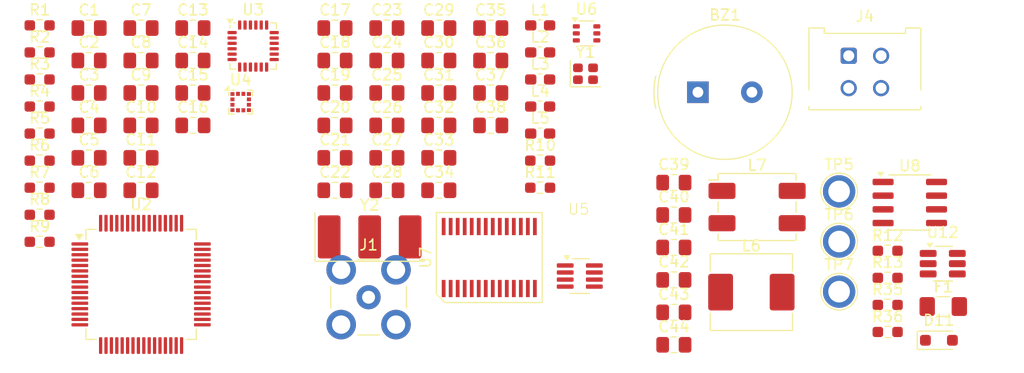
<source format=kicad_pcb>
(kicad_pcb (version 20241229) (generator "pcbnew") (generator_version "9.0")
  (layers (0 "F.Cu" signal) (2 "B.Cu" signal) (13 "F.Paste" user) (15 "B.Paste" user) (5 "F.SilkS" user "F.Silkscreen") (7 "B.SilkS" user "B.Silkscreen") (1 "F.Mask" user) (3 "B.Mask" user) (25 "Edge.Cuts" user))
  (net 0 "")
  (net 1 "/NRESET")
  (net 2 "GND")
  (net 3 "+3V3")
  (net 4 "Net-(U3-CPOUT)")
  (net 5 "Net-(U3-REGOUT)")
  (net 6 "Net-(U4-C1)")
  (net 7 "Net-(C19-Pad1)")
  (net 8 "Net-(U5-PAOUT)")
  (net 9 "Net-(C23-Pad1)")
  (net 10 "Net-(U7-DSN)")
  (net 11 "Net-(C25-Pad1)")
  (net 12 "Net-(U6-RF1)")
  (net 13 "Net-(U6-RF2)")
  (net 14 "Net-(U7-IFIN1)")
  (net 15 "Net-(C29-Pad1)")
  (net 16 "/RF/LNAOUT")
  (net 17 "Net-(U7-DFFB)")
  (net 18 "Net-(U7-DFO)")
  (net 19 "Net-(U7-MIXIN1)")
  (net 20 "Net-(U7-MIXIN2)")
  (net 21 "Net-(U7-OPP)")
  (net 22 "Net-(J1-In)")
  (net 23 "Net-(U7-LNAIN)")
  (net 24 "Net-(U7-LNASRC)")
  (net 25 "Net-(R2-Pad2)")
  (net 26 "Net-(U2-PA9)")
  (net 27 "Net-(U2-PA10)")
  (net 28 "Net-(U3-AUX_CL)")
  (net 29 "Net-(U2-PB10)")
  (net 30 "Net-(U2-PB11)")
  (net 31 "Net-(U3-AUX_DA)")
  (net 32 "Net-(U7-PWRDN)")
  (net 41 "/IMU_INT")
  (net 43 "Net-(U2-PA11)")
  (net 47 "Net-(U2-VSS-Pad18)")
  (net 51 "/MAG_CS")
  (net 54 "Net-(U2-PA15)")
  (net 56 "/MAG_INT")
  (net 64 "Net-(U2-PA14)")
  (net 98 "Net-(U5-XTAL2)")
  (net 101 "Net-(U5-XTAL1)")
  (net 105 "/RF/DATAOUT")
  (net 108 "Net-(U7-IFIN2)")
  (net 110 "/RF/AGCDIS")
  (net 111 "Net-(U7-MIXOUT)")
  (net 112 "Net-(U12-VIN)")
  (net 113 "Net-(U12-BOOT)")
  (net 114 "Net-(U12-SW)")
  (net 115 "GNDPWR")
  (net 116 "+VDC")
  (net 117 "Net-(J4-Pin_1)")
  (net 118 "/CAN_L")
  (net 119 "/CAN_H")
  (net 120 "Net-(U2-PB9)")
  (net 121 "Net-(U8-D)")
  (net 122 "Net-(U8-R)")
  (net 123 "Net-(U2-PB8)")
  (net 124 "Net-(U12-FB)")
  (net 126 "Net-(U12-EN)")
  (footprint "Package_SO:SOIC-8_3.9x4.9mm_P1.27mm" (layer "F.Cu") (at 146.1182 47.2656)
    (property "Reference" "U8" (at 0 -3.4 0) (layer "F.SilkS"))
    (property "Value" "SN65HVD230")
    (pad "1" smd roundrect (at -2.475 -1.905) (size 1.95 0.6) (layers "F.Cu" "F.Mask" "F.Paste") (net 121 "Net-(U8-D)"))
    (pad "2" smd roundrect (at -2.475 -0.635) (size 1.95 0.6) (layers "F.Cu" "F.Mask" "F.Paste") (net 2 "GND"))
    (pad "3" smd roundrect (at -2.475 0.635) (size 1.95 0.6) (layers "F.Cu" "F.Mask" "F.Paste") (net 3 "+3V3"))
    (pad "4" smd roundrect (at -2.475 1.905) (size 1.95 0.6) (layers "F.Cu" "F.Mask" "F.Paste") (net 122 "Net-(U8-R)"))
    (pad "5" smd roundrect (at 2.475 1.905) (size 1.95 0.6) (layers "F.Cu" "F.Mask" "F.Paste"))
    (pad "6" smd roundrect (at 2.475 0.635) (size 1.95 0.6) (layers "F.Cu" "F.Mask" "F.Paste") (net 118 "/CAN_L"))
    (pad "7" smd roundrect (at 2.475 -0.635) (size 1.95 0.6) (layers "F.Cu" "F.Mask" "F.Paste") (net 119 "/CAN_H"))
    (pad "8" smd roundrect (at 2.475 -1.905) (size 1.95 0.6) (layers "F.Cu" "F.Mask" "F.Paste") (net 2 "GND"))
  )
  (footprint "Capacitor_SMD:C_0805_2012Metric_Pad1.18x1.45mm_HandSolder" (layer "F.Cu") (at 92.8608 34.0922)
    (property "Reference" "C18" (at 0 -1.68 0) (layer "F.SilkS"))
    (property "Value" "100 nF")
    (pad "1" smd roundrect (at -1.0375 0) (size 1.175 1.45) (layers "F.Cu" "F.Mask" "F.Paste") (roundrect_rratio 0.212766) (net 2 "GND"))
    (pad "2" smd roundrect (at 1.0375 0) (size 1.175 1.45) (layers "F.Cu" "F.Mask" "F.Paste") (roundrect_rratio 0.212766) (net 3 "+3V3"))
  )
  (footprint "Inductor_SMD:L_0603_1608Metric_Pad1.05x0.95mm_HandSolder" (layer "F.Cu") (at 111.8708 30.8322)
    (property "Reference" "L1" (at 0 -1.43 0) (layer "F.SilkS"))
    (property "Value" "VHF160808H27NJT")
    (pad "1" smd roundrect (at -0.875 0) (size 1.05 0.95) (layers "F.Cu" "F.Mask" "F.Paste") (net 3 "+3V3"))
    (pad "2" smd roundrect (at 0.875 0) (size 1.05 0.95) (layers "F.Cu" "F.Mask" "F.Paste") (net 8 "Net-(U5-PAOUT)"))
  )
  (footprint "Capacitor_SMD:C_0805_2012Metric_Pad1.18x1.45mm_HandSolder" (layer "F.Cu") (at 102.4808 37.1022)
    (property "Reference" "C31" (at 0 -1.68 0) (layer "F.SilkS"))
    (property "Value" "470 pF")
    (pad "1" smd roundrect (at -1.0375 0) (size 1.175 1.45) (layers "F.Cu" "F.Mask" "F.Paste") (roundrect_rratio 0.212766) (net 17 "Net-(U7-DFFB)"))
    (pad "2" smd roundrect (at 1.0375 0) (size 1.175 1.45) (layers "F.Cu" "F.Mask" "F.Paste") (roundrect_rratio 0.212766) (net 18 "Net-(U7-DFO)"))
  )
  (footprint "Capacitor_SMD:C_0805_2012Metric_Pad1.18x1.45mm_HandSolder" (layer "F.Cu") (at 70.0808 37.1022)
    (property "Reference" "C3" (at 0 -1.68 0) (layer "F.SilkS"))
    (property "Value" "10 µF")
    (pad "1" smd roundrect (at -1.0375 0) (size 1.175 1.45) (layers "F.Cu" "F.Mask" "F.Paste") (roundrect_rratio 0.212766) (net 3 "+3V3"))
    (pad "2" smd roundrect (at 1.0375 0) (size 1.175 1.45) (layers "F.Cu" "F.Mask" "F.Paste") (roundrect_rratio 0.212766) (net 2 "GND"))
  )
  (footprint "Capacitor_SMD:C_0805_2012Metric_Pad1.18x1.45mm_HandSolder" (layer "F.Cu") (at 107.2908 37.1022)
    (property "Reference" "C37" (at 0 -1.68 0) (layer "F.SilkS"))
    (property "Value" "10 nF")
    (pad "1" smd roundrect (at -1.0375 0) (size 1.175 1.45) (layers "F.Cu" "F.Mask" "F.Paste") (roundrect_rratio 0.212766) (net 2 "GND"))
    (pad "2" smd roundrect (at 1.0375 0) (size 1.175 1.45) (layers "F.Cu" "F.Mask" "F.Paste") (roundrect_rratio 0.212766) (net 3 "+3V3"))
  )
  (footprint "Capacitor_SMD:C_0805_2012Metric_Pad1.18x1.45mm_HandSolder" (layer "F.Cu") (at 124.2582 54.4456)
    (property "Reference" "C42" (at 0 -1.68 0) (layer "F.SilkS"))
    (property "Value" "22 µF")
    (pad "1" smd roundrect (at -1.0375 0) (size 1.175 1.45) (layers "F.Cu" "F.Mask" "F.Paste") (roundrect_rratio 0.212766) (net 3 "+3V3"))
    (pad "2" smd roundrect (at 1.0375 0) (size 1.175 1.45) (layers "F.Cu" "F.Mask" "F.Paste") (roundrect_rratio 0.212766) (net 2 "GND"))
  )
  (footprint "Resistor_SMD:R_0603_1608Metric_Pad0.98x0.95mm_HandSolder" (layer "F.Cu") (at 65.5008 43.3822)
    (property "Reference" "R6" (at 0 -1.43 0) (layer "F.SilkS"))
    (property "Value" "0R")
    (pad "1" smd roundrect (at -0.9125 0) (size 0.975 0.95) (layers "F.Cu" "F.Mask" "F.Paste") (net 29 "Net-(U2-PB10)"))
    (pad "2" smd roundrect (at 0.9125 0) (size 0.975 0.95) (layers "F.Cu" "F.Mask" "F.Paste") (net 28 "Net-(U3-AUX_CL)"))
  )
  (footprint "Capacitor_SMD:C_0805_2012Metric_Pad1.18x1.45mm_HandSolder" (layer "F.Cu") (at 79.7008 37.1022)
    (property "Reference" "C15" (at 0 -1.68 0) (layer "F.SilkS"))
    (property "Value" "0.1 µF")
    (pad "1" smd roundrect (at -1.0375 0) (size 1.175 1.45) (layers "F.Cu" "F.Mask" "F.Paste") (roundrect_rratio 0.212766) (net 2 "GND"))
    (pad "2" smd roundrect (at 1.0375 0) (size 1.175 1.45) (layers "F.Cu" "F.Mask" "F.Paste") (roundrect_rratio 0.212766) (net 3 "+3V3"))
  )
  (footprint "Resistor_SMD:R_0603_1608Metric_Pad0.98x0.95mm_HandSolder" (layer "F.Cu") (at 65.5008 45.8922)
    (property "Reference" "R7" (at 0 -1.43 0) (layer "F.SilkS"))
    (property "Value" "0R")
    (pad "1" smd roundrect (at -0.9125 0) (size 0.975 0.95) (layers "F.Cu" "F.Mask" "F.Paste") (net 30 "Net-(U2-PB11)"))
    (pad "2" smd roundrect (at 0.9125 0) (size 0.975 0.95) (layers "F.Cu" "F.Mask" "F.Paste") (net 31 "Net-(U3-AUX_DA)"))
  )
  (footprint "Capacitor_SMD:C_0805_2012Metric_Pad1.18x1.45mm_HandSolder" (layer "F.Cu") (at 74.8908 46.1322)
    (property "Reference" "C12" (at 0 -1.68 0) (layer "F.SilkS"))
    (property "Value" "0.1 µF")
    (pad "1" smd roundrect (at -1.0375 0) (size 1.175 1.45) (layers "F.Cu" "F.Mask" "F.Paste") (roundrect_rratio 0.212766) (net 2 "GND"))
    (pad "2" smd roundrect (at 1.0375 0) (size 1.175 1.45) (layers "F.Cu" "F.Mask" "F.Paste") (roundrect_rratio 0.212766) (net 5 "Net-(U3-REGOUT)"))
  )
  (footprint "Capacitor_SMD:C_0805_2012Metric_Pad1.18x1.45mm_HandSolder" (layer "F.Cu") (at 92.8608 37.1022)
    (property "Reference" "C19" (at 0 -1.68 0) (layer "F.SilkS"))
    (property "Value" "12 pF")
    (pad "1" smd roundrect (at -1.0375 0) (size 1.175 1.45) (layers "F.Cu" "F.Mask" "F.Paste") (roundrect_rratio 0.212766) (net 7 "Net-(C19-Pad1)"))
    (pad "2" smd roundrect (at 1.0375 0) (size 1.175 1.45) (layers "F.Cu" "F.Mask" "F.Paste") (roundrect_rratio 0.212766) (net 8 "Net-(U5-PAOUT)"))
  )
  (footprint "Capacitor_SMD:C_0805_2012Metric_Pad1.18x1.45mm_HandSolder" (layer "F.Cu") (at 97.6708 46.1322)
    (property "Reference" "C28" (at 0 -1.68 0) (layer "F.SilkS"))
    (property "Value" "220 pF")
    (pad "1" smd roundrect (at -1.0375 0) (size 1.175 1.45) (layers "F.Cu" "F.Mask" "F.Paste") (roundrect_rratio 0.212766) (net 2 "GND"))
    (pad "2" smd roundrect (at 1.0375 0) (size 1.175 1.45) (layers "F.Cu" "F.Mask" "F.Paste") (roundrect_rratio 0.212766) (net 3 "+3V3"))
  )
  (footprint "Resistor_SMD:R_0603_1608Metric_Pad0.98x0.95mm_HandSolder" (layer "F.Cu") (at 111.8708 43.3822)
    (property "Reference" "R10" (at 0 -1.43 0) (layer "F.SilkS"))
    (property "Value" "5k1")
    (pad "1" smd roundrect (at -0.9125 0) (size 0.975 0.95) (layers "F.Cu" "F.Mask" "F.Paste") (net 10 "Net-(U7-DSN)"))
    (pad "2" smd roundrect (at 0.9125 0) (size 0.975 0.95) (layers "F.Cu" "F.Mask" "F.Paste") (net 18 "Net-(U7-DFO)"))
  )
  (footprint "Connector_Coaxial:SMB_Jack_Vertical" (layer "F.Cu") (at 95.9758 56.0522)
    (property "Reference" "J1" (at 0 -4.85 0) (layer "F.SilkS"))
    (property "Value" "BWSMA-KE-Z001")
    (pad "1" thru_hole circle (at 0 0) (size 2.24 2.24) (drill 1.2) (layers "*.Cu" "*.Mask") (net 22 "Net-(J1-In)"))
    (pad "2" thru_hole circle (at -2.54 -2.54) (size 2.74 2.74) (drill 1.7) (layers "*.Cu" "*.Mask") (net 2 "GND"))
    (pad "2" thru_hole circle (at -2.54 2.54) (size 2.74 2.74) (drill 1.7) (layers "*.Cu" "*.Mask") (net 2 "GND"))
    (pad "2" thru_hole circle (at 2.54 -2.54) (size 2.74 2.74) (drill 1.7) (layers "*.Cu" "*.Mask") (net 2 "GND"))
    (pad "2" thru_hole circle (at 2.54 2.54) (size 2.74 2.74) (drill 1.7) (layers "*.Cu" "*.Mask") (net 2 "GND"))
  )
  (footprint "Sensor_Motion:InvenSense_QFN-24_4x4mm_P0.5mm" (layer "F.Cu") (at 85.2808 32.7522)
    (property "Reference" "U3" (at 0 -3.375 0) (layer "F.SilkS"))
    (property "Value" "MPU-6050")
    (pad "1" smd roundrect (at -1.95 -1.25) (size 0.85 0.3) (layers "F.Cu" "F.Mask" "F.Paste") (net 54 "Net-(U2-PA15)"))
    (pad "2" smd roundrect (at -1.95 -0.75) (size 0.85 0.3) (layers "F.Cu" "F.Mask" "F.Paste"))
    (pad "3" smd roundrect (at -1.95 -0.25) (size 0.85 0.3) (layers "F.Cu" "F.Mask" "F.Paste"))
    (pad "4" smd roundrect (at -1.95 0.25) (size 0.85 0.3) (layers "F.Cu" "F.Mask" "F.Paste"))
    (pad "5" smd roundrect (at -1.95 0.75) (size 0.85 0.3) (layers "F.Cu" "F.Mask" "F.Paste"))
    (pad "6" smd roundrect (at -1.95 1.25) (size 0.85 0.3) (layers "F.Cu" "F.Mask" "F.Paste") (net 31 "Net-(U3-AUX_DA)"))
    (pad "7" smd roundrect (at -1.25 1.95 90) (size 0.85 0.3) (layers "F.Cu" "F.Mask" "F.Paste") (net 28 "Net-(U3-AUX_CL)"))
    (pad "8" smd roundrect (at -0.75 1.95 90) (size 0.85 0.3) (layers "F.Cu" "F.Mask" "F.Paste") (net 3 "+3V3"))
    (pad "9" smd roundrect (at -0.25 1.95 90) (size 0.85 0.3) (layers "F.Cu" "F.Mask" "F.Paste") (net 43 "Net-(U2-PA11)"))
    (pad "10" smd roundrect (at 0.25 1.95 90) (size 0.85 0.3) (layers "F.Cu" "F.Mask" "F.Paste") (net 5 "Net-(U3-REGOUT)"))
    (pad "11" smd roundrect (at 0.75 1.95 90) (size 0.85 0.3) (layers "F.Cu" "F.Mask" "F.Paste") (net 64 "Net-(U2-PA14)"))
    (pad "12" smd roundrect (at 1.25 1.95 90) (size 0.85 0.3) (layers "F.Cu" "F.Mask" "F.Paste") (net 41 "/IMU_INT"))
    (pad "13" smd roundrect (at 1.95 1.25) (size 0.85 0.3) (layers "F.Cu" "F.Mask" "F.Paste") (net 3 "+3V3"))
    (pad "14" smd roundrect (at 1.95 0.75) (size 0.85 0.3) (layers "F.Cu" "F.Mask" "F.Paste"))
    (pad "15" smd roundrect (at 1.95 0.25) (size 0.85 0.3) (layers "F.Cu" "F.Mask" "F.Paste"))
    (pad "16" smd roundrect (at 1.95 -0.25) (size 0.85 0.3) (layers "F.Cu" "F.Mask" "F.Paste"))
    (pad "17" smd roundrect (at 1.95 -0.75) (size 0.85 0.3) (layers "F.Cu" "F.Mask" "F.Paste"))
    (pad "18" smd roundrect (at 1.95 -1.25) (size 0.85 0.3) (layers "F.Cu" "F.Mask" "F.Paste") (net 2 "GND"))
    (pad "19" smd roundrect (at 1.25 -1.95 90) (size 0.85 0.3) (layers "F.Cu" "F.Mask" "F.Paste"))
    (pad "20" smd roundrect (at 0.75 -1.95 90) (size 0.85 0.3) (layers "F.Cu" "F.Mask" "F.Paste") (net 4 "Net-(U3-CPOUT)"))
    (pad "21" smd roundrect (at 0.25 -1.95 90) (size 0.85 0.3) (layers "F.Cu" "F.Mask" "F.Paste"))
    (pad "22" smd roundrect (at -0.25 -1.95 90) (size 0.85 0.3) (layers "F.Cu" "F.Mask" "F.Paste"))
    (pad "23" smd roundrect (at -0.75 -1.95 90) (size 0.85 0.3) (layers "F.Cu" "F.Mask" "F.Paste") (net 26 "Net-(U2-PA9)"))
    (pad "24" smd roundrect (at -1.25 -1.95 90) (size 0.85 0.3) (layers "F.Cu" "F.Mask" "F.Paste") (net 27 "Net-(U2-PA10)"))
  )
  (footprint "Package_TO_SOT_SMD:SOT-23-6_Handsoldering" (layer "F.Cu") (at 149.1682 52.9406)
    (property "Reference" "U12" (at 0 -2.9 0) (layer "F.SilkS"))
    (property "Value" "TPS54202DDC")
    (pad "1" smd roundrect (at -1.35 -0.95) (size 1.56 0.65) (layers "F.Cu" "F.Mask" "F.Paste") (net 2 "GND"))
    (pad "2" smd roundrect (at -1.35 0) (size 1.56 0.65) (layers "F.Cu" "F.Mask" "F.Paste") (net 114 "Net-(U12-SW)"))
    (pad "3" smd roundrect (at -1.35 0.95) (size 1.56 0.65) (layers "F.Cu" "F.Mask" "F.Paste") (net 112 "Net-(U12-VIN)"))
    (pad "4" smd roundrect (at 1.35 0.95) (size 1.56 0.65) (layers "F.Cu" "F.Mask" "F.Paste") (net 124 "Net-(U12-FB)"))
    (pad "5" smd roundrect (at 1.35 0) (size 1.56 0.65) (layers "F.Cu" "F.Mask" "F.Paste") (net 126 "Net-(U12-EN)"))
    (pad "6" smd roundrect (at 1.35 -0.95) (size 1.56 0.65) (layers "F.Cu" "F.Mask" "F.Paste") (net 113 "Net-(U12-BOOT)"))
  )
  (footprint "Inductor_SMD:L_0603_1608Metric_Pad1.05x0.95mm_HandSolder" (layer "F.Cu") (at 111.8708 35.8522)
    (property "Reference" "L3" (at 0 -1.43 0) (layer "F.SilkS"))
    (property "Value" "15 nH")
    (pad "1" smd roundrect (at -0.875 0) (size 1.05 0.95) (layers "F.Cu" "F.Mask" "F.Paste") (net 3 "+3V3"))
    (pad "2" smd roundrect (at 0.875 0) (size 1.05 0.95) (layers "F.Cu" "F.Mask" "F.Paste") (net 16 "/RF/LNAOUT"))
  )
  (footprint "Capacitor_SMD:C_0805_2012Metric_Pad1.18x1.45mm_HandSolder" (layer "F.Cu") (at 102.4808 43.1222)
    (property "Reference" "C33" (at 0 -1.68 0) (layer "F.SilkS"))
    (property "Value" "100 pF")
    (pad "1" smd roundrect (at -1.0375 0) (size 1.175 1.45) (layers "F.Cu" "F.Mask" "F.Paste") (roundrect_rratio 0.212766) (net 20 "Net-(U7-MIXIN2)"))
    (pad "2" smd roundrect (at 1.0375 0) (size 1.175 1.45) (layers "F.Cu" "F.Mask" "F.Paste") (roundrect_rratio 0.212766) (net 3 "+3V3"))
  )
  (footprint "Capacitor_SMD:C_0805_2012Metric_Pad1.18x1.45mm_HandSolder" (layer "F.Cu") (at 74.8908 37.1022)
    (property "Reference" "C9" (at 0 -1.68 0) (layer "F.SilkS"))
    (property "Value" "10 nF")
    (pad "1" smd roundrect (at -1.0375 0) (size 1.175 1.45) (layers "F.Cu" "F.Mask" "F.Paste") (roundrect_rratio 0.212766) (net 2 "GND"))
    (pad "2" smd roundrect (at 1.0375 0) (size 1.175 1.45) (layers "F.Cu" "F.Mask" "F.Paste") (roundrect_rratio 0.212766) (net 3 "+3V3"))
  )
  (footprint "Capacitor_SMD:C_0805_2012Metric_Pad1.18x1.45mm_HandSolder" (layer "F.Cu") (at 79.7008 31.0822)
    (property "Reference" "C13" (at 0 -1.68 0) (layer "F.SilkS"))
    (property "Value" "10 µF")
    (pad "1" smd roundrect (at -1.0375 0) (size 1.175 1.45) (layers "F.Cu" "F.Mask" "F.Paste") (roundrect_rratio 0.212766) (net 3 "+3V3"))
    (pad "2" smd roundrect (at 1.0375 0) (size 1.175 1.45) (layers "F.Cu" "F.Mask" "F.Paste") (roundrect_rratio 0.212766) (net 2 "GND"))
  )
  (footprint "Capacitor_SMD:C_0805_2012Metric_Pad1.18x1.45mm_HandSolder" (layer "F.Cu") (at 102.4808 40.1122)
    (property "Reference" "C32" (at 0 -1.68 0) (layer "F.SilkS"))
    (property "Value" "100 pF")
    (pad "1" smd roundrect (at -1.0375 0) (size 1.175 1.45) (layers "F.Cu" "F.Mask" "F.Paste") (roundrect_rratio 0.212766) (net 19 "Net-(U7-MIXIN1)"))
    (pad "2" smd roundrect (at 1.0375 0) (size 1.175 1.45) (layers "F.Cu" "F.Mask" "F.Paste") (roundrect_rratio 0.212766) (net 16 "/RF/LNAOUT"))
  )
  (footprint "Buzzer_Beeper:Buzzer_TDK_PS1240P02BT_D12.2mm_H6.5mm" (layer "F.Cu") (at 126.486631 37.0356)
    (property "Reference" "BZ1" (at 2.5 -7.17 0) (layer "F.SilkS"))
    (property "Value" "Buzzer")
    (pad "1" thru_hole rect (at 0 0) (size 2 2) (drill 1) (layers "*.Cu" "*.Mask"))
    (pad "2" thru_hole circle (at 5 0) (size 2 2) (drill 1) (layers "*.Cu" "*.Mask"))
  )
  (footprint "Capacitor_SMD:C_0805_2012Metric_Pad1.18x1.45mm_HandSolder" (layer "F.Cu") (at 92.8608 46.1322)
    (property "Reference" "C22" (at 0 -1.68 0) (layer "F.SilkS"))
    (property "Value" "680 pF")
    (pad "1" smd roundrect (at -1.0375 0) (size 1.175 1.45) (layers "F.Cu" "F.Mask" "F.Paste") (roundrect_rratio 0.212766) (net 2 "GND"))
    (pad "2" smd roundrect (at 1.0375 0) (size 1.175 1.45) (layers "F.Cu" "F.Mask" "F.Paste") (roundrect_rratio 0.212766) (net 3 "+3V3"))
  )
  (footprint "Capacitor_SMD:C_0805_2012Metric_Pad1.18x1.45mm_HandSolder" (layer "F.Cu") (at 97.6708 37.1022)
    (property "Reference" "C25" (at 0 -1.68 0) (layer "F.SilkS"))
    (property "Value" "1000 pF")
    (pad "1" smd roundrect (at -1.0375 0) (size 1.175 1.45) (layers "F.Cu" "F.Mask" "F.Paste") (roundrect_rratio 0.212766) (net 11 "Net-(C25-Pad1)"))
    (pad "2" smd roundrect (at 1.0375 0) (size 1.175 1.45) (layers "F.Cu" "F.Mask" "F.Paste") (roundrect_rratio 0.212766) (net 12 "Net-(U6-RF1)"))
  )
  (footprint "Package_QFP:LQFP-64_10x10mm_P0.5mm" (layer "F.Cu") (at 74.9008 54.8622)
    (property "Reference" "U2" (at 0 -7.4 0) (layer "F.SilkS"))
    (property "Value" "STM32L431RCTx")
    (pad "1" smd roundrect (at -5.675 -3.75) (size 1.55 0.3) (layers "F.Cu" "F.Mask" "F.Paste") (net 3 "+3V3"))
    (pad "2" smd roundrect (at -5.675 -3.25) (size 1.55 0.3) (layers "F.Cu" "F.Mask" "F.Paste"))
    (pad "3" smd roundrect (at -5.675 -2.75) (size 1.55 0.3) (layers "F.Cu" "F.Mask" "F.Paste"))
    (pad "4" smd roundrect (at -5.675 -2.25) (size 1.55 0.3) (layers "F.Cu" "F.Mask" "F.Paste"))
    (pad "5" smd roundrect (at -5.675 -1.75) (size 1.55 0.3) (layers "F.Cu" "F.Mask" "F.Paste"))
    (pad "6" smd roundrect (at -5.675 -1.25) (size 1.55 0.3) (layers "F.Cu" "F.Mask" "F.Paste"))
    (pad "7" smd roundrect (at -5.675 -0.75) (size 1.55 0.3) (layers "F.Cu" "F.Mask" "F.Paste") (net 1 "/NRESET"))
    (pad "8" smd roundrect (at -5.675 -0.25) (size 1.55 0.3) (layers "F.Cu" "F.Mask" "F.Paste"))
    (pad "9" smd roundrect (at -5.675 0.25) (size 1.55 0.3) (layers "F.Cu" "F.Mask" "F.Paste"))
    (pad "10" smd roundrect (at -5.675 0.75) (size 1.55 0.3) (layers "F.Cu" "F.Mask" "F.Paste"))
    (pad "11" smd roundrect (at -5.675 1.25) (size 1.55 0.3) (layers "F.Cu" "F.Mask" "F.Paste"))
    (pad "12" smd roundrect (at -5.675 1.75) (size 1.55 0.3) (layers "F.Cu" "F.Mask" "F.Paste"))
    (pad "13" smd roundrect (at -5.675 2.25) (size 1.55 0.3) (layers "F.Cu" "F.Mask" "F.Paste"))
    (pad "14" smd roundrect (at -5.675 2.75) (size 1.55 0.3) (layers "F.Cu" "F.Mask" "F.Paste"))
    (pad "15" smd roundrect (at -5.675 3.25) (size 1.55 0.3) (layers "F.Cu" "F.Mask" "F.Paste"))
    (pad "16" smd roundrect (at -5.675 3.75) (size 1.55 0.3) (layers "F.Cu" "F.Mask" "F.Paste"))
    (pad "17" smd roundrect (at -3.75 5.675) (size 0.3 1.55) (layers "F.Cu" "F.Mask" "F.Paste"))
    (pad "18" smd roundrect (at -3.25 5.675) (size 0.3 1.55) (layers "F.Cu" "F.Mask" "F.Paste") (net 47 "Net-(U2-VSS-Pad18)"))
    (pad "19" smd roundrect (at -2.75 5.675) (size 0.3 1.55) (layers "F.Cu" "F.Mask" "F.Paste") (net 3 "+3V3"))
    (pad "20" smd roundrect (at -2.25 5.675) (size 0.3 1.55) (layers "F.Cu" "F.Mask" "F.Paste"))
    (pad "21" smd roundrect (at -1.75 5.675) (size 0.3 1.55) (layers "F.Cu" "F.Mask" "F.Paste"))
    (pad "22" smd roundrect (at -1.25 5.675) (size 0.3 1.55) (layers "F.Cu" "F.Mask" "F.Paste"))
    (pad "23" smd roundrect (at -0.75 5.675) (size 0.3 1.55) (layers "F.Cu" "F.Mask" "F.Paste"))
    (pad "24" smd roundrect (at -0.25 5.675) (size 0.3 1.55) (layers "F.Cu" "F.Mask" "F.Paste"))
    (pad "25" smd roundrect (at 0.25 5.675) (size 0.3 1.55) (layers "F.Cu" "F.Mask" "F.Paste"))
    (pad "26" smd roundrect (at 0.75 5.675) (size 0.3 1.55) (layers "F.Cu" "F.Mask" "F.Paste"))
    (pad "27" smd roundrect (at 1.25 5.675) (size 0.3 1.55) (layers "F.Cu" "F.Mask" "F.Paste"))
    (pad "28" smd roundrect (at 1.75 5.675) (size 0.3 1.55) (layers "F.Cu" "F.Mask" "F.Paste"))
    (pad "29" smd roundrect (at 2.25 5.675) (size 0.3 1.55) (layers "F.Cu" "F.Mask" "F.Paste") (net 29 "Net-(U2-PB10)"))
    (pad "30" smd roundrect (at 2.75 5.675) (size 0.3 1.55) (layers "F.Cu" "F.Mask" "F.Paste") (net 30 "Net-(U2-PB11)"))
    (pad "31" smd roundrect (at 3.25 5.675) (size 0.3 1.55) (layers "F.Cu" "F.Mask" "F.Paste") (net 47 "Net-(U2-VSS-Pad18)"))
    (pad "32" smd roundrect (at 3.75 5.675) (size 0.3 1.55) (layers "F.Cu" "F.Mask" "F.Paste") (net 3 "+3V3"))
    (pad "33" smd roundrect (at 5.675 3.75) (size 1.55 0.3) (layers "F.Cu" "F.Mask" "F.Paste"))
    (pad "34" smd roundrect (at 5.675 3.25) (size 1.55 0.3) (layers "F.Cu" "F.Mask" "F.Paste"))
    (pad "35" smd roundrect (at 5.675 2.75) (size 1.55 0.3) (layers "F.Cu" "F.Mask" "F.Paste"))
    (pad "36" smd roundrect (at 5.675 2.25) (size 1.55 0.3) (layers "F.Cu" "F.Mask" "F.Paste"))
    (pad "37" smd roundrect (at 5.675 1.75) (size 1.55 0.3) (layers "F.Cu" "F.Mask" "F.Paste"))
    (pad "38" smd roundrect (at 5.675 1.25) (size 1.55 0.3) (layers "F.Cu" "F.Mask" "F.Paste"))
    (pad "39" smd roundrect (at 5.675 0.75) (size 1.55 0.3) (layers "F.Cu" "F.Mask" "F.Paste"))
    (pad "40" smd roundrect (at 5.675 0.25) (size 1.55 0.3) (layers "F.Cu" "F.Mask" "F.Paste"))
    (pad "41" smd roundrect (at 5.675 -0.25) (size 1.55 0.3) (layers "F.Cu" "F.Mask" "F.Paste") (net 51 "/MAG_CS"))
    (pad "42" smd roundrect (at 5.675 -0.75) (size 1.55 0.3) (layers "F.Cu" "F.Mask" "F.Paste") (net 26 "Net-(U2-PA9)"))
    (pad "43" smd roundrect (at 5.675 -1.25) (size 1.55 0.3) (layers "F.Cu" "F.Mask" "F.Paste") (net 27 "Net-(U2-PA10)"))
    (pad "44" smd roundrect (at 5.675 -1.75) (size 1.55 0.3) (layers "F.Cu" "F.Mask" "F.Paste") (net 43 "Net-(U2-PA11)"))
    (pad "45" smd roundrect (at 5.675 -2.25) (size 1.55 0.3) (layers "F.Cu" "F.Mask" "F.Paste") (net 41 "/IMU_INT"))
    (pad "46" smd roundrect (at 5.675 -2.75) (size 1.55 0.3) (layers "F.Cu" "F.Mask" "F.Paste") (net 56 "/MAG_INT"))
    (pad "47" smd roundrect (at 5.675 -3.25) (size 1.55 0.3) (layers "F.Cu" "F.Mask" "F.Paste") (net 47 "Net-(U2-VSS-Pad18)"))
    (pad "48" smd roundrect (at 5.675 -3.75) (size 1.55 0.3) (layers "F.Cu" "F.Mask" "F.Paste") (net 3 "+3V3"))
    (pad "49" smd roundrect (at 3.75 -5.675) (size 0.3 1.55) (layers "F.Cu" "F.Mask" "F.Paste") (net 64 "Net-(U2-PA14)"))
    (pad "50" smd roundrect (at 3.25 -5.675) (size 0.3 1.55) (layers "F.Cu" "F.Mask" "F.Paste") (net 54 "Net-(U2-PA15)"))
    (pad "51" smd roundrect (at 2.75 -5.675) (size 0.3 1.55) (layers "F.Cu" "F.Mask" "F.Paste"))
    (pad "52" smd roundrect (at 2.25 -5.675) (size 0.3 1.55) (layers "F.Cu" "F.Mask" "F.Paste"))
    (pad "53" smd roundrect (at 1.75 -5.675) (size 0.3 1.55) (layers "F.Cu" "F.Mask" "F.Paste"))
    (pad "54" smd roundrect (at 1.25 -5.675) (size 0.3 1.55) (layers "F.Cu" "F.Mask" "F.Paste"))
    (pad "55" smd roundrect (at 0.75 -5.675) (size 0.3 1.55) (layers "F.Cu" "F.Mask" "F.Paste"))
    (pad "56" smd roundrect (at 0.25 -5.675) (size 0.3 1.55) (layers "F.Cu" "F.Mask" "F.Paste"))
    (pad "57" smd roundrect (at -0.25 -5.675) (size 0.3 1.55) (layers "F.Cu" "F.Mask" "F.Paste"))
    (pad "58" smd roundrect (at -0.75 -5.675) (size 0.3 1.55) (layers "F.Cu" "F.Mask" "F.Paste"))
    (pad "59" smd roundrect (at -1.25 -5.675) (size 0.3 1.55) (layers "F.Cu" "F.Mask" "F.Paste"))
    (pad "60" smd roundrect (at -1.75 -5.675) (size 0.3 1.55) (layers "F.Cu" "F.Mask" "F.Paste"))
    (pad "61" smd roundrect (at -2.25 -5.675) (size 0.3 1.55) (layers "F.Cu" "F.Mask" "F.Paste") (net 123 "Net-(U2-PB8)"))
    (pad "62" smd roundrect (at -2.75 -5.675) (size 0.3 1.55) (layers "F.Cu" "F.Mask" "F.Paste") (net 120 "Net-(U2-PB9)"))
    (pad "63" smd roundrect (at -3.25 -5.675) (size 0.3 1.55) (layers "F.Cu" "F.Mask" "F.Paste") (net 47 "Net-(U2-VSS-Pad18)"))
    (pad "64" smd roundrect (at -3.75 -5.675) (size 0.3 1.55) (layers "F.Cu" "F.Mask" "F.Paste") (net 3 "+3V3"))
  )
  (footprint "Resistor_SMD:R_0603_1608Metric_Pad0.98x0.95mm_HandSolder" (layer "F.Cu") (at 65.5008 48.4022)
    (property "Reference" "R8" (at 0 -1.43 0) (layer "F.SilkS"))
    (property "Value" "4.7 kohm")
    (pad "1" smd roundrect (at -0.9125 0) (size 0.975 0.95) (layers "F.Cu" "F.Mask" "F.Paste") (net 3 "+3V3"))
    (pad "2" smd roundrect (at 0.9125 0) (size 0.975 0.95) (layers "F.Cu" "F.Mask" "F.Paste") (net 28 "Net-(U3-AUX_CL)"))
  )
  (footprint "Capacitor_SMD:C_0805_2012Metric_Pad1.18x1.45mm_HandSolder" (layer "F.Cu") (at 124.2582 45.4156)
    (property "Reference" "C39" (at 0 -1.68 0) (layer "F.SilkS"))
    (property "Value" "0.1 µF")
    (pad "1" smd roundrect (at -1.0375 0) (size 1.175 1.45) (layers "F.Cu" "F.Mask" "F.Paste") (roundrect_rratio 0.212766) (net 3 "+3V3"))
    (pad "2" smd roundrect (at 1.0375 0) (size 1.175 1.45) (layers "F.Cu" "F.Mask" "F.Paste") (roundrect_rratio 0.212766) (net 2 "GND"))
  )
  (footprint "Inductor_SMD:L_0603_1608Metric_Pad1.05x0.95mm_HandSolder" (layer "F.Cu") (at 111.8708 33.3422)
    (property "Reference" "L2" (at 0 -1.43 0) (layer "F.SilkS"))
    (property "Value" "VHF160808H18NJT")
    (pad "1" smd roundrect (at -0.875 0) (size 1.05 0.95) (layers "F.Cu" "F.Mask" "F.Paste") (net 7 "Net-(C19-Pad1)"))
    (pad "2" smd roundrect (at 0.875 0) (size 1.05 0.95) (layers "F.Cu" "F.Mask" "F.Paste") (net 9 "Net-(C23-Pad1)"))
  )
  (footprint "Capacitor_SMD:C_0805_2012Metric_Pad1.18x1.45mm_HandSolder" (layer "F.Cu") (at 74.8908 43.1222)
    (property "Reference" "C11" (at 0 -1.68 0) (layer "F.SilkS"))
    (property "Value" "2200 pF")
    (pad "1" smd roundrect (at -1.0375 0) (size 1.175 1.45) (layers "F.Cu" "F.Mask" "F.Paste") (roundrect_rratio 0.212766) (net 4 "Net-(U3-CPOUT)"))
    (pad "2" smd roundrect (at 1.0375 0) (size 1.175 1.45) (layers "F.Cu" "F.Mask" "F.Paste") (roundrect_rratio 0.212766) (net 2 "GND"))
  )
  (footprint "Capacitor_SMD:C_0805_2012Metric_Pad1.18x1.45mm_HandSolder" (layer "F.Cu") (at 92.8608 43.1222)
    (property "Reference" "C21" (at 0 -1.68 0) (layer "F.SilkS"))
    (property "Value" "18 pF")
    (pad "1" smd roundrect (at -1.0375 0) (size 1.175 1.45) (layers "F.Cu" "F.Mask" "F.Paste") (roundrect_rratio 0.212766) (net 7 "Net-(C19-Pad1)"))
    (pad "2" smd roundrect (at 1.0375 0) (size 1.175 1.45) (layers "F.Cu" "F.Mask" "F.Paste") (roundrect_rratio 0.212766) (net 2 "GND"))
  )
  (footprint "Capacitor_SMD:C_0805_2012Metric_Pad1.18x1.45mm_HandSolder" (layer "F.Cu") (at 97.6708 31.0822)
    (property "Reference" "C23" (at 0 -1.68 0) (layer "F.SilkS"))
    (property "Value" "15 pF")
    (pad "1" smd roundrect (at -1.0375 0) (size 1.175 1.45) (layers "F.Cu" "F.Mask" "F.Paste") (roundrect_rratio 0.212766) (net 9 "Net-(C23-Pad1)"))
    (pad "2" smd roundrect (at 1.0375 0) (size 1.175 1.45) (layers "F.Cu" "F.Mask" "F.Paste") (roundrect_rratio 0.212766) (net 2 "GND"))
  )
  (footprint "Capacitor_SMD:C_0805_2012Metric_Pad1.18x1.45mm_HandSolder" (layer "F.Cu") (at 70.0808 46.1322)
    (property "Reference" "C6" (at 0 -1.68 0) (layer "F.SilkS"))
    (property "Value" "0.1 µF")
    (pad "1" smd roundrect (at -1.0375 0) (size 1.175 1.45) (layers "F.Cu" "F.Mask" "F.Paste") (roundrect_rratio 0.212766) (net 2 "GND"))
    (pad "2" smd roundrect (at 1.0375 0) (size 1.175 1.45) (layers "F.Cu" "F.Mask" "F.Paste") (roundrect_rratio 0.212766) (net 3 "+3V3"))
  )
  (footprint "Resistor_SMD:R_0603_1608Metric_Pad0.98x0.95mm_HandSolder" (layer "F.Cu") (at 65.5008 30.8322)
    (property "Reference" "R1" (at 0 -1.43 0) (layer "F.SilkS"))
    (property "Value" "4.7 kohm")
    (pad "1" smd roundrect (at -0.9125 0) (size 0.975 0.95) (layers "F.Cu" "F.Mask" "F.Paste") (net 3 "+3V3"))
    (pad "2" smd roundrect (at 0.9125 0) (size 0.975 0.95) (layers "F.Cu" "F.Mask" "F.Paste") (net 1 "/NRESET"))
  )
  (footprint "Capacitor_SMD:C_0805_2012Metric_Pad1.18x1.45mm_HandSolder" (layer "F.Cu") (at 124.2582 48.4256)
    (property "Reference" "C40" (at 0 -1.68 0) (layer "F.SilkS"))
    (property "Value" "10 µF")
    (pad "1" smd roundrect (at -1.0375 0) (size 1.175 1.45) (layers "F.Cu" "F.Mask" "F.Paste") (roundrect_rratio 0.212766) (net 112 "Net-(U12-VIN)"))
    (pad "2" smd roundrect (at 1.0375 0) (size 1.175 1.45) (layers "F.Cu" "F.Mask" "F.Paste") (roundrect_rratio 0.212766) (net 2 "GND"))
  )
  (footprint "Resistor_SMD:R_0603_1608Metric_Pad0.98x0.95mm_HandSolder" (layer "F.Cu") (at 65.5008 35.8522)
    (property "Reference" "R3" (at 0 -1.43 0) (layer "F.SilkS"))
    (property "Value" "4.7 kohm")
    (pad "1" smd roundrect (at -0.9125 0) (size 0.975 0.95) (layers "F.Cu" "F.Mask" "F.Paste") (net 25 "Net-(R2-Pad2)"))
    (pad "2" smd roundrect (at 0.9125 0) (size 0.975 0.95) (layers "F.Cu" "F.Mask" "F.Paste") (net 2 "GND"))
  )
  (footprint "Resistor_SMD:R_0603_1608Metric_Pad0.98x0.95mm_HandSolder" (layer "F.Cu") (at 144.0682 56.7656)
    (property "Reference" "R35" (at 0 -1.43 0) (layer "F.SilkS"))
    (property "Value" "22 kohm")
    (pad "1" smd roundrect (at -0.9125 0) (size 0.975 0.95) (layers "F.Cu" "F.Mask" "F.Paste") (net 124 "Net-(U12-FB)"))
    (pad "2" smd roundrect (at 0.9125 0) (size 0.975 0.95) (layers "F.Cu" "F.Mask" "F.Paste") (net 2 "GND"))
  )
  (footprint "Capacitor_SMD:C_0805_2012Metric_Pad1.18x1.45mm_HandSolder" (layer "F.Cu") (at 124.2582 51.4356)
    (property "Reference" "C41" (at 0 -1.68 0) (layer "F.SilkS"))
    (property "Value" "0.1 µF")
    (pad "1" smd roundrect (at -1.0375 0) (size 1.175 1.45) (layers "F.Cu" "F.Mask" "F.Paste") (roundrect_rratio 0.212766) (net 112 "Net-(U12-VIN)"))
    (pad "2" smd roundrect (at 1.0375 0) (size 1.175 1.45) (layers "F.Cu" "F.Mask" "F.Paste") (roundrect_rratio 0.212766) (net 2 "GND"))
  )
  (footprint "Capacitor_SMD:C_0805_2012Metric_Pad1.18x1.45mm_HandSolder" (layer "F.Cu") (at 102.4808 34.0922)
    (property "Reference" "C30" (at 0 -1.68 0) (layer "F.SilkS"))
    (property "Value" "2.7 pF")
    (pad "1" smd roundrect (at -1.0375 0) (size 1.175 1.45) (layers "F.Cu" "F.Mask" "F.Paste") (roundrect_rratio 0.212766) (net 16 "/RF/LNAOUT"))
    (pad "2" smd roundrect (at 1.0375 0) (size 1.175 1.45) (layers "F.Cu" "F.Mask" "F.Paste") (roundrect_rratio 0.212766) (net 3 "+3V3"))
  )
  (footprint "Resistor_SMD:R_0603_1608Metric_Pad0.98x0.95mm_HandSolder" (layer "F.Cu") (at 65.5008 40.8722)
    (property "Reference" "R5" (at 0 -1.43 0) (layer "F.SilkS"))
    (property "Value" "4.7 kohm")
    (pad "1" smd roundrect (at -0.9125 0) (size 0.975 0.95) (layers "F.Cu" "F.Mask" "F.Paste") (net 3 "+3V3"))
    (pad "2" smd roundrect (at 0.9125 0) (size 0.975 0.95) (layers "F.Cu" "F.Mask" "F.Paste") (net 27 "Net-(U2-PA10)"))
  )
  (footprint "Resistor_SMD:R_0603_1608Metric_Pad0.98x0.95mm_HandSolder" (layer "F.Cu") (at 144.0682 59.2756)
    (property "Reference" "R36" (at 0 -1.43 0) (layer "F.SilkS"))
    (property "Value" "100 kohm")
    (pad "1" smd roundrect (at -0.9125 0) (size 0.975 0.95) (layers "F.Cu" "F.Mask" "F.Paste") (net 124 "Net-(U12-FB)"))
    (pad "2" smd roundrect (at 0.9125 0) (size 0.975 0.95) (layers "F.Cu" "F.Mask" "F.Paste") (net 3 "+3V3"))
  )
  (footprint "Capacitor_SMD:C_0805_2012Metric_Pad1.18x1.45mm_HandSolder" (layer "F.Cu") (at 107.2908 40.1122)
    (property "Reference" "C38" (at 0 -1.68 0) (layer "F.SilkS"))
    (property "Value" "220 pF")
    (pad "1" smd roundrect (at -1.0375 0) (size 1.175 1.45) (layers "F.Cu" "F.Mask" "F.Paste") (roundrect_rratio 0.212766) (net 21 "Net-(U7-OPP)"))
    (pad "2" smd roundrect (at 1.0375 0) (size 1.175 1.45) (layers "F.Cu" "F.Mask" "F.Paste") (roundrect_rratio 0.212766) (net 2 "GND"))
  )
  (footprint "TestPoint:TestPoint_Plated_Hole_D2.0mm" (layer "F.Cu") (at 139.5682 50.8856)
    (property "Reference" "TP6" (at 0 -2.498 0) (layer "F.SilkS"))
    (property "Value" "TestPoint_Flag")
    (pad "1" thru_hole circle (at 0 0) (size 3 3) (drill 2) (layers "*.Cu" "*.Mask") (net 3 "+3V3"))
  )
  (footprint "Capacitor_SMD:C_0805_2012Metric_Pad1.18x1.45mm_HandSolder" (layer "F.Cu") (at 70.0808 40.1122)
    (property "Reference" "C4" (at 0 -1.68 0) (layer "F.SilkS"))
    (property "Value" "0.1 µF")
    (pad "1" smd roundrect (at -1.0375 0) (size 1.175 1.45) (layers "F.Cu" "F.Mask" "F.Paste") (roundrect_rratio 0.212766) (net 2 "GND"))
    (pad "2" smd roundrect (at 1.0375 0) (size 1.175 1.45) (layers "F.Cu" "F.Mask" "F.Paste") (roundrect_rratio 0.212766) (net 3 "+3V3"))
  )
  (footprint "Capacitor_SMD:C_0805_2012Metric_Pad1.18x1.45mm_HandSolder" (layer "F.Cu") (at 124.2582 57.4556)
    (property "Reference" "C43" (at 0 -1.68 0) (layer "F.SilkS"))
    (property "Value" "22 µF")
    (pad "1" smd roundrect (at -1.0375 0) (size 1.175 1.45) (layers "F.Cu" "F.Mask" "F.Paste") (roundrect_rratio 0.212766) (net 3 "+3V3"))
    (pad "2" smd roundrect (at 1.0375 0) (size 1.175 1.45) (layers "F.Cu" "F.Mask" "F.Paste") (roundrect_rratio 0.212766) (net 2 "GND"))
  )
  (footprint "Capacitor_SMD:C_0805_2012Metric_Pad1.18x1.45mm_HandSolder" (layer "F.Cu") (at 124.2582 60.4656)
    (property "Reference" "C44" (at 0 -1.68 0) (layer "F.SilkS"))
    (property "Value" "0.1 µF")
    (pad "1" smd roundrect (at -1.0375 0) (size 1.175 1.45) (layers "F.Cu" "F.Mask" "F.Paste") (roundrect_rratio 0.212766) (net 113 "Net-(U12-BOOT)"))
    (pad "2" smd roundrect (at 1.0375 0) (size 1.175 1.45) (layers "F.Cu" "F.Mask" "F.Paste") (roundrect_rratio 0.212766) (net 114 "Net-(U12-SW)"))
  )
  (footprint "Capacitor_SMD:C_0805_2012Metric_Pad1.18x1.45mm_HandSolder" (layer "F.Cu") (at 97.6708 43.1222)
    (property "Reference" "C27" (at 0 -1.68 0) (layer "F.SilkS"))
    (property "Value" "1500 pF")
    (pad "1" smd roundrect (at -1.0375 0) (size 1.175 1.45) (layers "F.Cu" "F.Mask" "F.Paste") (roundrect_rratio 0.212766) (net 14 "Net-(U7-IFIN1)"))
    (pad "2" smd roundrect (at 1.0375 0) (size 1.175 1.45) (layers "F.Cu" "F.Mask" "F.Paste") (roundrect_rratio 0.212766) (net 2 "GND"))
  )
  (footprint "Capacitor_SMD:C_0805_2012Metric_Pad1.18x1.45mm_HandSolder" (layer "F.Cu") (at 97.6708 34.0922)
    (property "Reference" "C24" (at 0 -1.68 0) (layer "F.SilkS"))
    (property "Value" "470 nF")
    (pad "1" smd roundrect (at -1.0375 0) (size 1.175 1.45) (layers "F.Cu" "F.Mask" "F.Paste") (roundrect_rratio 0.212766) (net 10 "Net-(U7-DSN)"))
    (pad "2" smd roundrect (at 1.0375 0) (size 1.175 1.45) (layers "F.Cu" "F.Mask" "F.Paste") (roundrect_rratio 0.212766) (net 2 "GND"))
  )
  (footprint "Capacitor_SMD:C_0805_2012Metric_Pad1.18x1.45mm_HandSolder" (layer "F.Cu") (at 97.6708 40.1122)
    (property "Reference" "C26" (at 0 -1.68 0) (layer "F.SilkS"))
    (property "Value" "1000 pF")
    (pad "1" smd roundrect (at -1.0375 0) (size 1.175 1.45) (layers "F.Cu" "F.Mask" "F.Paste") (roundrect_rratio 0.212766) (net 9 "Net-(C23-Pad1)"))
    (pad "2" smd roundrect (at 1.0375 0) (size 1.175 1.45) (layers "F.Cu" "F.Mask" "F.Paste") (roundrect_rratio 0.212766) (net 13 "Net-(U6-RF2)"))
  )
  (footprint "Resistor_SMD:R_0603_1608Metric_Pad0.98x0.95mm_HandSolder" (layer "F.Cu") (at 65.5008 50.9122)
    (property "Reference" "R9" (at 0 -1.43 0) (layer "F.SilkS"))
    (property "Value" "4.7 kohm")
    (pad "1" smd roundrect (at -0.9125 0) (size 0.975 0.95) (layers "F.Cu" "F.Mask" "F.Paste") (net 3 "+3V3"))
    (pad "2" smd roundrect (at 0.9125 0) (size 0.975 0.95) (layers "F.Cu" "F.Mask" "F.Paste") (net 31 "Net-(U3-AUX_DA)"))
  )
  (footprint "steew:MAX7044AKA" (layer "F.Cu") (at 115.4408 48.3872)
    (property "Reference" "U5" (at 0 -0.5 0) (layer "F.SilkS") (effects (font (thickness 0.1))))
    (property "Value" "~")
    (pad "1" smd roundrect (at -1.25 4.72) (size 1.56 0.4) (layers "F.Cu" "F.Mask" "F.Paste") (net 101 "Net-(U5-XTAL1)"))
    (pad "2" smd roundrect (at -1.25 5.37) (size 1.56 0.4) (layers "F.Cu" "F.Mask" "F.Paste") (net 2 "GND"))
    (pad "3" smd roundrect (at -1.25 6.03) (size 1.56 0.4) (layers "F.Cu" "F.Mask" "F.Paste") (net 2 "GND"))
    (pad "4" smd roundrect (at -1.25 6.68) (size 1.56 0.4) (layers "F.Cu" "F.Mask" "F.Paste") (net 8 "Net-(U5-PAOUT)"))
    (pad "5" smd roundrect (at 1.45 6.68) (size 1.56 0.4) (layers "F.Cu" "F.Mask" "F.Paste"))
    (pad "6" smd roundrect (at 1.45 6.03) (size 1.56 0.4) (layers "F.Cu" "F.Mask" "F.Paste"))
    (pad "7" smd roundrect (at 1.45 5.37) (size 1.56 0.4) (layers "F.Cu" "F.Mask" "F.Paste") (net 3 "+3V3"))
    (pad "8" smd roundrect (at 1.45 4.72) (size 1.56 0.4) (layers "F.Cu" "F.Mask" "F.Paste") (net 98 "Net-(U5-XTAL2)"))
  )
  (footprint "Inductor_SMD:L_KOHERelec_MDA7030" (layer "F.Cu") (at 131.4382 55.5806)
    (property "Reference" "L6" (at 0 -4.3 0) (layer "F.SilkS"))
    (property "Value" "KOHER_MDA7030 15uH")
    (pad "1" smd roundrect (at -2.85 0) (size 2.3 3.4) (layers "F.Cu" "F.Mask" "F.Paste") (roundrect_rratio 0.108696) (net 114 "Net-(U12-SW)"))
    (pad "2" smd roundrect (at 2.85 0) (size 2.3 3.4) (layers "F.Cu" "F.Mask" "F.Paste") (roundrect_rratio 0.108696) (net 3 "+3V3"))
  )
  (footprint "Package_LGA:LGA-12_2x2mm_P0.5mm" (layer "F.Cu") (at 84.1258 37.9472)
    (property "Reference" "U4" (at 0 -2.075 0) (layer "F.SilkS"))
    (property "Value" "LIS2MDL")
    (pad "1" smd rect (at -0.7625 -0.75) (size 0.375 0.35) (layers "F.Cu" "F.Mask" "F.Paste") (net 28 "Net-(U3-AUX_CL)"))
    (pad "2" smd rect (at -0.7625 -0.25) (size 0.375 0.35) (layers "F.Cu" "F.Mask" "F.Paste"))
    (pad "3" smd rect (at -0.7625 0.25) (size 0.375 0.35) (layers "F.Cu" "F.Mask" "F.Paste") (net 51 "/MAG_CS"))
    (pad "4" smd rect (at -0.7625 0.75) (size 0.375 0.35) (layers "F.Cu" "F.Mask" "F.Paste") (net 31 "Net-(U3-AUX_DA)"))
    (pad "5" smd rect (at -0.25 0.7625 90) (size 0.375 0.35) (layers "F.Cu" "F.Mask" "F.Paste") (net 6 "Net-(U4-C1)"))
    (pad "6" smd rect (at 0.25 0.7625 90) (size 0.375 0.35) (layers "F.Cu" "F.Mask" "F.Paste") (net 2 "GND"))
    (pad "7" smd rect (at 0.7625 0.75) (size 0.375 0.35) (layers "F.Cu" "F.Mask" "F.Paste") (net 56 "/MAG_INT"))
    (pad "8" smd rect (at 0.7625 0.25) (size 0.375 0.35) (layers "F.Cu" "F.Mask" "F.Paste") (net 2 "GND"))
    (pad "9" smd rect (at 0.7625 -0.25) (size 0.375 0.35) (layers "F.Cu" "F.Mask" "F.Paste") (net 3 "+3V3"))
    (pad "10" smd rect (at 0.7625 -0.75) (size 0.375 0.35) (layers "F.Cu" "F.Mask" "F.Paste") (net 3 "+3V3"))
    (pad "11" smd rect (at 0.25 -0.7625 90) (size 0.375 0.35) (layers "F.Cu" "F.Mask" "F.Paste"))
    (pad "12" smd rect (at -0.25 -0.7625 90) (size 0.375 0.35) (layers "F.Cu" "F.Mask" "F.Paste"))
  )
  (footprint "Resistor_SMD:R_0603_1608Metric_Pad0.98x0.95mm_HandSolder" (layer "F.Cu") (at 144.0682 51.7456)
    (property "Reference" "R12" (at 0 -1.43 0) (layer "F.SilkS"))
    (property "Value" "0R")
    (pad "1" smd roundrect (at -0.9125 0) (size 0.975 0.95) (layers "F.Cu" "F.Mask" "F.Paste") (net 120 "Net-(U2-PB9)"))
    (pad "2" smd roundrect (at 0.9125 0) (size 0.975 0.95) (layers "F.Cu" "F.Mask" "F.Paste") (net 121 "Net-(U8-D)"))
  )
  (footprint "Capacitor_SMD:C_0805_2012Metric_Pad1.18x1.45mm_HandSolder" (layer "F.Cu") (at 70.0808 34.0922)
    (property "Reference" "C2" (at 0 -1.68 0) (layer "F.SilkS"))
    (property "Value" "0.1 µF")
    (pad "1" smd roundrect (at -1.0375 0) (size 1.175 1.45) (layers "F.Cu" "F.Mask" "F.Paste") (roundrect_rratio 0.212766) (net 2 "GND"))
    (pad "2" smd roundrect (at 1.0375 0) (size 1.175 1.45) (layers "F.Cu" "F.Mask" "F.Paste") (roundrect_rratio 0.212766) (net 3 "+3V3"))
  )
  (footprint "Resistor_SMD:R_0603_1608Metric_Pad0.98x0.95mm_HandSolder" (layer "F.Cu") (at 65.5008 38.3622)
    (property "Reference" "R4" (at 0 -1.43 0) (layer "F.SilkS"))
    (property "Value" "4.7 kohm")
    (pad "1" smd roundrect (at -0.9125 0) (size 0.975 0.95) (layers "F.Cu" "F.Mask" "F.Paste") (net 3 "+3V3"))
    (pad "2" smd roundrect (at 0.9125 0) (size 0.975 0.95) (layers "F.Cu" "F.Mask" "F.Paste") (net 26 "Net-(U2-PA9)"))
  )
  (footprint "Diode_SMD:D_SOD-323_HandSoldering" (layer "F.Cu") (at 148.8132 60.0456)
    (property "Reference" "D11" (at 0 -1.85 0) (layer "F.SilkS"))
    (property "Value" "PESD15VL1BA")
    (pad "1" smd roundrect (at -1.25 0) (size 1 1) (layers "F.Cu" "F.Mask" "F.Paste") (net 115 "GNDPWR"))
    (pad "2" smd roundrect (at 1.25 0) (size 1 1) (layers "F.Cu" "F.Mask" "F.Paste") (net 116 "+VDC"))
  )
  (footprint "Resistor_SMD:R_0603_1608Metric_Pad0.98x0.95mm_HandSolder" (layer "F.Cu") (at 111.8708 45.8922)
    (property "Reference" "R11" (at 0 -1.43 0) (layer "F.SilkS"))
    (property "Value" "0R")
    (pad "1" smd roundrect (at -0.9125 0) (size 0.975 0.95) (layers "F.Cu" "F.Mask" "F.Paste") (net 32 "Net-(U7-PWRDN)"))
    (pad "2" smd roundrect (at 0.9125 0) (size 0.975 0.95) (layers "F.Cu" "F.Mask" "F.Paste") (net 3 "+3V3"))
  )
  (footprint "Resistor_SMD:R_0603_1608Metric_Pad0.98x0.95mm_HandSolder" (layer "F.Cu") (at 144.0682 54.2556)
    (property "Reference" "R13" (at 0 -1.43 0) (layer "F.SilkS"))
    (property "Value" "0R")
    (pad "1" smd roundrect (at -0.9125 0) (size 0.975 0.95) (layers "F.Cu" "F.Mask" "F.Paste") (net 123 "Net-(U2-PB8)"))
    (pad "2" smd roundrect (at 0.9125 0) (size 0.975 0.95) (layers "F.Cu" "F.Mask" "F.Paste") (net 122 "Net-(U8-R)"))
  )
  (footprint "Capacitor_SMD:C_0805_2012Metric_Pad1.18x1.45mm_HandSolder" (layer "F.Cu") (at 92.8608 31.0822)
    (property "Reference" "C17" (at 0 -1.68 0) (layer "F.SilkS"))
    (property "Value" "100 nF")
    (pad "1" smd roundrect (at -1.0375 0) (size 1.175 1.45) (layers "F.Cu" "F.Mask" "F.Paste") (roundrect_rratio 0.212766) (net 3 "+3V3"))
    (pad "2" smd roundrect (at 1.0375 0) (size 1.175 1.45) (layers "F.Cu" "F.Mask" "F.Paste") (roundrect_rratio 0.212766) (net 2 "GND"))
  )
  (footprint "Inductor_SMD:L_0603_1608Metric_Pad1.05x0.95mm_HandSolder" (layer "F.Cu") (at 111.8708 38.3622)
    (property "Reference" "L4" (at 0 -1.43 0) (layer "F.SilkS"))
    (property "Value" "56 nH")
    (pad "1" smd roundrect (at -0.875 0) (size 1.05 0.95) (layers "F.Cu" "F.Mask" "F.Paste") (net 15 "Net-(C29-Pad1)"))
    (pad "2" smd roundrect (at 0.875 0) (size 1.05 0.95) (layers "F.Cu" "F.Mask" "F.Paste") (net 23 "Net-(U7-LNAIN)"))
  )
  (footprint "Capacitor_SMD:C_0805_2012Metric_Pad1.18x1.45mm_HandSolder" (layer "F.Cu") (at 70.0808 31.0822)
    (property "Reference" "C1" (at 0 -1.68 0) (layer "F.SilkS"))
    (property "Value" "0.1 µF")
    (pad "1" smd roundrect (at -1.0375 0) (size 1.175 1.45) (layers "F.Cu" "F.Mask" "F.Paste") (roundrect_rratio 0.212766) (net 1 "/NRESET"))
    (pad "2" smd roundrect (at 1.0375 0) (size 1.175 1.45) (layers "F.Cu" "F.Mask" "F.Paste") (roundrect_rratio 0.212766) (net 2 "GND"))
  )
  (footprint "Capacitor_SMD:C_0805_2012Metric_Pad1.18x1.45mm_HandSolder" (layer "F.Cu") (at 107.2908 31.0822)
    (property "Reference" "C35" (at 0 -1.68 0) (layer "F.SilkS"))
    (property "Value" "100 nF")
    (pad "1" smd roundrect (at -1.0375 0) (size 1.175 1.45) (layers "F.Cu" "F.Mask" "F.Paste") (roundrect_rratio 0.212766) (net 2 "GND"))
    (pad "2" smd roundrect (at 1.0375 0) (size 1.175 1.45) (layers "F.Cu" "F.Mask" "F.Paste") (roundrect_rratio 0.212766) (net 3 "+3V3"))
  )
  (footprint "Capacitor_SMD:C_0805_2012Metric_Pad1.18x1.45mm_HandSolder" (layer "F.Cu") (at 102.4808 46.1322)
    (property "Reference" "C34" (at 0 -1.68 0) (layer "F.SilkS"))
    (property "Value" "10 nF")
    (pad "1" smd roundrect (at -1.0375 0) (size 1.175 1.45) (layers "F.Cu" "F.Mask" "F.Paste") (roundrect_rratio 0.212766) (net 2 "GND"))
    (pad "2" smd roundrect (at 1.0375 0) (size 1.175 1.45) (layers "F.Cu" "F.Mask" "F.Paste") (roundrect_rratio 0.212766) (net 3 "+3V3"))
  )
  (footprint "Fuse:Fuse_1206_3216Metric_Pad1.42x1.75mm_HandSolder" (layer "F.Cu") (at 149.2182 56.9156)
    (property "Reference" "F1" (at 0 -1.83 0) (layer "F.SilkS"))
    (property "Value" "BSMD1206C-2200T")
    (pad "1" smd roundrect (at -1.4875 0) (size 1.425 1.75) (layers "F.Cu" "F.Mask" "F.Paste") (roundrect_rratio 0.175439) (net 116 "+VDC"))
    (pad "2" smd roundrect (at 1.4875 0) (size 1.425 1.75) (layers "F.Cu" "F.Mask" "F.Paste") (roundrect_rratio 0.175439) (net 117 "Net-(J4-Pin_1)"))
  )
  (footprint "Inductor_SMD:L_0603_1608Metric_Pad1.05x0.95mm_HandSolder" (layer "F.Cu") (at 111.8708 40.8722)
    (property "Reference" "L5" (at 0 -1.43 0) (layer "F.SilkS"))
    (property "Value" "15 nH")
    (pad "1" smd roundrect (at -0.875 0) (size 1.05 0.95) (layers "F.Cu" "F.Mask" "F.Paste") (net 2 "GND"))
    (pad "2" smd roundrect (at 0.875 0) (size 1.05 0.95) (layers "F.Cu" "F.Mask" "F.Paste") (net 24 "Net-(U7-LNASRC)"))
  )
  (footprint "Capacitor_SMD:C_0805_2012Metric_Pad1.18x1.45mm_HandSolder" (layer "F.Cu") (at 79.7008 40.1122)
    (property "Reference" "C16" (at 0 -1.68 0) (layer "F.SilkS"))
    (property "Value" "220 pF")
    (pad "1" smd roundrect (at -1.0375 0) (size 1.175 1.45) (layers "F.Cu" "F.Mask" "F.Paste") (roundrect_rratio 0.212766) (net 6 "Net-(U4-C1)"))
    (pad "2" smd roundrect (at 1.0375 0) (size 1.175 1.45) (layers "F.Cu" "F.Mask" "F.Paste") (roundrect_rratio 0.212766) (net 2 "GND"))
  )
  (footprint "steew:MAX1473EUI+" (layer "F.Cu") (at 107.1558 52.3722)
    (property "Reference" "U7" (at -5.9 0 90) (layer "F.SilkS"))
    (property "Value" "~")
    (pad "1" smd rect (at -4.225 2.875) (size 0.35 1.6) (layers "F.Cu" "F.Mask" "F.Paste"))
    (pad "2" smd rect (at -3.575 2.875) (size 0.35 1.6) (layers "F.Cu" "F.Mask" "F.Paste") (net 3 "+3V3"))
    (pad "3" smd rect (at -2.925 2.875) (size 0.35 1.6) (layers "F.Cu" "F.Mask" "F.Paste") (net 23 "Net-(U7-LNAIN)"))
    (pad "4" smd rect (at -2.275 2.875) (size 0.35 1.6) (layers "F.Cu" "F.Mask" "F.Paste") (net 24 "Net-(U7-LNASRC)"))
    (pad "5" smd rect (at -1.625 2.875) (size 0.35 1.6) (layers "F.Cu" "F.Mask" "F.Paste") (net 2 "GND"))
    (pad "6" smd rect (at -0.975 2.875) (size 0.35 1.6) (layers "F.Cu" "F.Mask" "F.Paste") (net 16 "/RF/LNAOUT"))
    (pad "7" smd rect (at -0.325 2.875) (size 0.35 1.6) (layers "F.Cu" "F.Mask" "F.Paste") (net 3 "+3V3"))
    (pad "8" smd rect (at 0.325 2.875) (size 0.35 1.6) (layers "F.Cu" "F.Mask" "F.Paste") (net 19 "Net-(U7-MIXIN1)"))
    (pad "9" smd rect (at 0.975 2.875) (size 0.35 1.6) (layers "F.Cu" "F.Mask" "F.Paste") (net 20 "Net-(U7-MIXIN2)"))
    (pad "10" smd rect (at 1.625 2.875) (size 0.35 1.6) (layers "F.Cu" "F.Mask" "F.Paste") (net 2 "GND"))
    (pad "11" smd rect (at 2.275 2.875) (size 0.35 1.6) (layers "F.Cu" "F.Mask" "F.Paste") (net 3 "+3V3"))
    (pad "12" smd rect (at 2.925 2.875) (size 0.35 1.6) (layers "F.Cu" "F.Mask" "F.Paste") (net 111 "Net-(U7-MIXOUT)"))
    (pad "13" smd rect (at 3.575 2.875) (size 0.35 1.6) (layers "F.Cu" "F.Mask" "F.Paste") (net 2 "GND"))
    (pad "14" smd rect (at 4.225 2.875) (size 0.35 1.6) (layers "F.Cu" "F.Mask" "F.Paste") (net 3 "+3V3"))
    (pad "15" smd rect (at 4.225 -2.875) (size 0.35 1.6) (layers "F.Cu" "F.Mask" "F.Paste") (net 110 "/RF/AGCDIS"))
    (pad "16" smd rect (at 3.575 -2.875) (size 0.35 1.6) (layers "F.Cu" "F.Mask" "F.Paste"))
    (pad "17" smd rect (at 2.925 -2.875) (size 0.35 1.6) (layers "F.Cu" "F.Mask" "F.Paste") (net 14 "Net-(U7-IFIN1)"))
    (pad "18" smd rect (at 2.275 -2.875) (size 0.35 1.6) (layers "F.Cu" "F.Mask" "F.Paste") (net 108 "Net-(U7-IFIN2)"))
    (pad "19" smd rect (at 1.625 -2.875) (size 0.35 1.6) (layers "F.Cu" "F.Mask" "F.Paste") (net 18 "Net-(U7-DFO)"))
    (pad "20" smd rect (at 0.975 -2.875) (size 0.35 1.6) (layers "F.Cu" "F.Mask" "F.Paste") (net 10 "Net-(U7-DSN)"))
    (pad "21" smd rect (at 0.325 -2.875) (size 0.35 1.6) (layers "F.Cu" "F.Mask" "F.Paste") (net 21 "Net-(U7-OPP)"))
    (pad "22" smd rect (at -0.325 -2.875) (size 0.35 1.6) (layers "F.Cu" "F.Mask" "F.Paste") (net 17 "Net-(U7-DFFB)"))
    (pad "23" smd rect (at -0.975 -2.875) (size 0.35 1.6) (layers "F.Cu" "F.Mask" "F.Paste") (net 18 "Net-(U7-DFO)"))
    (pad "24" smd rect (at -1.625 -2.875) (size 0.35 1.6) (layers "F.Cu" "F.Mask" "F.Paste") (net 3 "+3V3"))
    (pad "25" smd rect (at -2.275 -2.875) (size 0.35 1.6) (layers "F.Cu" "F.Mask" "F.Paste") (net 105 "/RF/DATAOUT"))
    (pad "26" smd rect (at -2.925 -2.875) (size 0.35 1.6) (layers "F.Cu" "F.Mask" "F.Paste"))
    (pad "27" smd rect (at -3.575 -2.875) (size 0.35 1.6) (layers "F.Cu" "F.Mask" "F.Paste") (net 32 "Net-(U7-PWRDN)"))
    (pad "28" smd rect (at -4.225 -2.875) (size 0.35 1.6) (layers "F.Cu" "F.Mask" "F.Paste"))
  )
  (footprint "Capacitor_SMD:C_0805_2012Metric_Pad1.18x1.45mm_HandSolder" (layer "F.Cu") (at 92.8608 40.1122)
    (property "Reference" "C20" (at 0 -1.68 0) (layer "F.SilkS"))
    (property "Value" "220 pF")
    (pad "1" smd roundrect (at -1.0375 0) (size 1.175 1.45) (layers "F.Cu" "F.Mask" "F.Paste") (roundrect_rratio 0.212766) (net 2 "GND"))
    (pad "2" smd roundrect (at 1.0375 0) (size 1.175 1.45) (layers "F.Cu" "F.Mask" "F.Paste") (roundrect_rratio 0.212766) (net 3 "+3V3"))
  )
  (footprint "Capacitor_SMD:C_0805_2012Metric_Pad1.18x1.45mm_HandSolder" (layer "F.Cu") (at 74.8908 34.0922)
    (property "Reference" "C8" (at 0 -1.68 0) (layer "F.SilkS"))
    (property "Value" "10 nF")
    (pad "1" smd roundrect (at -1.0375 0) (size 1.175 1.45) (layers "F.Cu" "F.Mask" "F.Paste") (roundrect_rratio 0.212766) (net 2 "GND"))
    (pad "2" smd roundrect (at 1.0375 0) (size 1.175 1.45) (layers "F.Cu" "F.Mask" "F.Paste") (roundrect_rratio 0.212766) (net 3 "+3V3"))
  )
  (footprint "Crystal:Crystal_SMD_2016-4Pin_2.0x1.6mm" (layer "F.Cu") (at 116.0708 35.3222)
    (property "Reference" "Y1" (at 0 -2 0) (layer "F.SilkS"))
    (property "Value" "13.56 MHz")
    (pad "1" smd roundrect (at -0.7 0.55) (size 0.9 0.8) (layers "F.Cu" "F.Mask" "F.Paste") (net 98 "Net-(U5-XTAL2)"))
    (pad "2" smd roundrect (at 0.7 0.55) (size 0.9 0.8) (layers "F.Cu" "F.Mask" "F.Paste") (net 2 "GND"))
    (pad "3" smd roundrect (at 0.7 -0.55) (size 0.9 0.8) (layers "F.Cu" "F.Mask" "F.Paste") (net 101 "Net-(U5-XTAL1)"))
    (pad "4" smd roundrect (at -0.7 -0.55) (size 0.9 0.8) (layers "F.Cu" "F.Mask" "F.Paste") (net 2 "GND"))
  )
  (footprint "Capacitor_SMD:C_0805_2012Metric_Pad1.18x1.45mm_HandSolder" (layer "F.Cu") (at 102.4808 31.0822)
    (property "Reference" "C29" (at 0 -1.68 0) (layer "F.SilkS"))
    (property "Value" "100 pF")
    (pad "1" smd roundrect (at -1.0375 0) (size 1.175 1.45) (layers "F.Cu" "F.Mask" "F.Paste") (roundrect_rratio 0.212766) (net 15 "Net-(C29-Pad1)"))
    (pad "2" smd roundrect (at 1.0375 0) (size 1.175 1.45) (layers "F.Cu" "F.Mask" "F.Paste") (roundrect_rratio 0.212766) (net 11 "Net-(C25-Pad1)"))
  )
  (footprint "Capacitor_SMD:C_0805_2012Metric_Pad1.18x1.45mm_HandSolder" (layer "F.Cu") (at 74.8908 40.1122)
    (property "Reference" "C10" (at 0 -1.68 0) (layer "F.SilkS"))
    (property "Value" "0.1 µF")
    (pad "1" smd roundrect (at -1.0375 0) (size 1.175 1.45) (layers "F.Cu" "F.Mask" "F.Paste") (roundrect_rratio 0.212766) (net 2 "GND"))
    (pad "2" smd roundrect (at 1.0375 0) (size 1.175 1.45) (layers "F.Cu" "F.Mask" "F.Paste") (roundrect_rratio 0.212766) (net 3 "+3V3"))
  )
  (footprint "Capacitor_SMD:C_0805_2012Metric_Pad1.18x1.45mm_HandSolder" (layer "F.Cu") (at 70.0808 43.1222)
    (property "Reference" "C5" (at 0 -1.68 0) (layer "F.SilkS"))
    (property "Value" "0.1 µF")
    (pad "1" smd roundrect (at -1.0375 0) (size 1.175 1.45) (layers "F.Cu" "F.Mask" "F.Paste") (roundrect_rratio 0.212766) (net 2 "GND"))
    (pad "2" smd roundrect (at 1.0375 0) (size 1.175 1.45) (layers "F.Cu" "F.Mask" "F.Paste") (roundrect_rratio 0.212766) (net 3 "+3V3"))
  )
  (footprint "Package_TO_SOT_SMD:SOT-363_SC-70-6" (layer "F.Cu") (at 116.1708 31.5772)
    (property "Reference" "U6" (at 0 -2.25 0) (layer "F.SilkS"))
    (property "Value" "XA17-G4K")
    (pad "1" smd roundrect (at -0.95 -0.65) (size 0.65 0.4) (layers "F.Cu" "F.Mask" "F.Paste") (net 12 "Net-(U6-RF1)"))
    (pad "2" smd roundrect (at -0.95 0) (size 0.65 0.4) (layers "F.Cu" "F.Mask" "F.Paste") (net 2 "GND"))
    (pad "3" smd roundrect (at -0.95 0.65) (size 0.65 0.4) (layers "F.Cu" "F.Mask" "F.Paste") (net 13 "Net-(U6-RF2)"))
    (pad "4" smd roundrect (at 0.95 0.65) (size 0.65 0.4) (layers "F.Cu" "F.Mask" "F.Paste"))
    (pad "5" smd roundrect (at 0.95 0) (size 0.65 0.4) (layers "F.Cu" "F.Mask" "F.Paste") (net 22 "Net-(J1-In)"))
    (pad "6" smd roundrect (at 0.95 -0.65) (size 0.65 0.4) (layers "F.Cu" "F.Mask" "F.Paste"))
  )
  (footprint "Capacitor_SMD:C_0805_2012Metric_Pad1.18x1.45mm_HandSolder" (layer "F.Cu") (at 107.2908 34.0922)
    (property "Reference" "C36" (at 0 -1.68 0) (layer "F.SilkS"))
    (property "Value" "10 nF")
    (pad "1" smd roundrect (at -1.0375 0) (size 1.175 1.45) (layers "F.Cu" "F.Mask" "F.Paste") (roundrect_rratio 0.212766) (net 2 "GND"))
    (pad "2" smd roundrect (at 1.0375 0) (size 1.175 1.45) (layers "F.Cu" "F.Mask" "F.Paste") (roundrect_rratio 0.212766) (net 3 "+3V3"))
  )
  (footprint "Inductor_SMD:L_CommonModeChoke_TDK_ACM7060" (layer "F.Cu") (at 131.9682 47.6856)
    (property "Reference" "L7" (at 0 -3.87 0) (layer "F.SilkS"))
    (property "Value" "L_Ferrite_Coupled_1423")
    (pad "1" smd roundrect (at -3.25 -1.5) (size 2.5 1.5) (layers "F.Cu" "F.Mask" "F.Paste") (roundrect_rratio 0.1666666667) (net 116 "+VDC"))
    (pad "2" smd roundrect (at -3.25 1.5) (size 2.5 1.5) (layers "F.Cu" "F.Mask" "F.Paste") (roundrect_rratio 0.1666666667) (net 115 "GNDPWR"))
    (pad "3" smd roundrect (at 3.25 1.5) (size 2.5 1.5) (layers "F.Cu" "F.Mask" "F.Paste") (roundrect_rratio 0.1666666667) (net 2 "GND"))
    (pad "4" smd roundrect (at 3.25 -1.5) (size 2.5 1.5) (layers "F.Cu" "F.Mask" "F.Paste") (roundrect_rratio 0.1666666667) (net 112 "Net-(U12-VIN)"))
  )
  (footprint "Crystal:Resonator_SMD_Murata_SFECV-3Pin_6.9x2.9mm_HandSoldering" (layer "F.Cu") (at 96.0758 50.4572)
    (property "Reference" "Y2" (at 0 -2.95 0) (layer "F.SilkS"))
    (property "Value" "10.7 MHz")
    (pad "1" smd roundrect (at -3.75 0) (size 2.1 4) (layers "F.Cu" "F.Mask" "F.Paste") (roundrect_rratio 0.119048) (net 108 "Net-(U7-IFIN2)"))
    (pad "2" smd roundrect (at 0 0) (size 2.1 4) (layers "F.Cu" "F.Mask" "F.Paste") (roundrect_rratio 0.119048) (net 2 "GND"))
    (pad "3" smd roundrect (at 3.75 0) (size 2.1 4) (layers "F.Cu" "F.Mask" "F.Paste") (roundrect_rratio 0.119048) (net 111 "Net-(U7-MIXOUT)"))
  )
  (footprint "Capacitor_SMD:C_0805_2012Metric_Pad1.18x1.45mm_HandSolder" (layer "F.Cu") (at 79.7008 34.0922)
    (property "Reference" "C14" (at 0 -1.68 0) (layer "F.SilkS"))
    (property "Value" "0.1 µF")
    (pad "1" smd roundrect (at -1.0375 0) (size 1.175 1.45) (layers "F.Cu" "F.Mask" "F.Paste") (roundrect_rratio 0.212766) (net 2 "GND"))
    (pad "2" smd roundrect (at 1.0375 0) (size 1.175 1.45) (layers "F.Cu" "F.Mask" "F.Paste") (roundrect_rratio 0.212766) (net 3 "+3V3"))
  )
  (footprint "Resistor_SMD:R_0603_1608Metric_Pad0.98x0.95mm_HandSolder" (layer "F.Cu") (at 65.5008 33.3422)
    (property "Reference" "R2" (at 0 -1.43 0) (layer "F.SilkS"))
    (property "Value" "4.7 kohm")
    (pad "1" smd roundrect (at -0.9125 0) (size 0.975 0.95) (layers "F.Cu" "F.Mask" "F.Paste") (net 3 "+3V3"))
    (pad "2" smd roundrect (at 0.9125 0) (size 0.975 0.95) (layers "F.Cu" "F.Mask" "F.Paste") (net 25 "Net-(R2-Pad2)"))
  )
  (footprint "TestPoint:TestPoint_Plated_Hole_D2.0mm" (layer "F.Cu") (at 139.5682 55.5356)
    (property "Reference" "TP7" (at 0 -2.498 0) (layer "F.SilkS"))
    (property "Value" "TestPoint_Flag")
    (pad "1" thru_hole circle (at 0 0) (size 3 3) (drill 2) (layers "*.Cu" "*.Mask") (net 112 "Net-(U12-VIN)"))
  )
  (footprint "Connector_Molex:Molex_Micro-Fit_3.0_43045-0412_2x02_P3.00mm_Vertical" (layer "F.Cu") (at 140.4582 33.6556)
    (property "Reference" "J4" (at 1.5 -3.67 0) (layer "F.SilkS"))
    (property "Value" "430450412")
    (pad "" np_thru_hole circle (at -3 3.94) (size 1.02 1.02) (drill 1.02) (layers "*.Cu" "*.Mask"))
    (pad "" np_thru_hole circle (at 6 3.94) (size 1.02 1.02) (drill 1.02) (layers "*.Cu" "*.Mask"))
    (pad "1" thru_hole roundrect (at 0 0) (size 1.5 1.5) (drill 1.02) (layers "*.Cu" "*.Mask") (roundrect_rratio 0.166667) (net 117 "Net-(J4-Pin_1)"))
    (pad "2" thru_hole circle (at 3 0) (size 1.5 1.5) (drill 1.02) (layers "*.Cu" "*.Mask") (net 119 "/CAN_H"))
    (pad "3" thru_hole circle (at 0 3) (size 1.5 1.5) (drill 1.02) (layers "*.Cu" "*.Mask") (net 115 "GNDPWR"))
    (pad "4" thru_hole circle (at 3 3) (size 1.5 1.5) (drill 1.02) (layers "*.Cu" "*.Mask") (net 118 "/CAN_L"))
  )
  (footprint "TestPoint:TestPoint_Plated_Hole_D2.0mm" (layer "F.Cu") (at 139.5682 46.2356)
    (property "Reference" "TP5" (at 0 -2.498 0) (layer "F.SilkS"))
    (property "Value" "TestPoint_Flag")
    (pad "1" thru_hole circle (at 0 0) (size 3 3) (drill 2) (layers "*.Cu" "*.Mask") (net 116 "+VDC"))
  )
  (footprint "Capacitor_SMD:C_0805_2012Metric_Pad1.18x1.45mm_HandSolder" (layer "F.Cu") (at 74.8908 31.0822)
    (property "Reference" "C7" (at 0 -1.68 0) (layer "F.SilkS"))
    (property "Value" "1 µF")
    (pad "1" smd roundrect (at -1.0375 0) (size 1.175 1.45) (layers "F.Cu" "F.Mask" "F.Paste") (roundrect_rratio 0.212766) (net 2 "GND"))
    (pad "2" smd roundrect (at 1.0375 0) (size 1.175 1.45) (layers "F.Cu" "F.Mask" "F.Paste") (roundrect_rratio 0.212766) (net 3 "+3V3"))
  )
)
</source>
